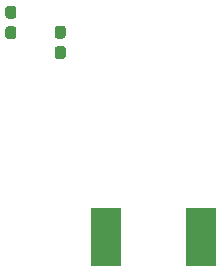
<source format=gbr>
%TF.GenerationSoftware,KiCad,Pcbnew,5.1.8-5.1.8*%
%TF.CreationDate,2023-07-26T00:19:43+02:00*%
%TF.ProjectId,C64-PSU-PCB-replacement-for-902503-06,4336342d-5053-4552-9d50-43422d726570,rev?*%
%TF.SameCoordinates,Original*%
%TF.FileFunction,Paste,Bot*%
%TF.FilePolarity,Positive*%
%FSLAX46Y46*%
G04 Gerber Fmt 4.6, Leading zero omitted, Abs format (unit mm)*
G04 Created by KiCad (PCBNEW 5.1.8-5.1.8) date 2023-07-26 00:19:43*
%MOMM*%
%LPD*%
G01*
G04 APERTURE LIST*
%ADD10R,2.500000X5.000000*%
G04 APERTURE END LIST*
%TO.C,C3*%
G36*
G01*
X75718660Y-58563220D02*
X76193660Y-58563220D01*
G75*
G02*
X76431160Y-58800720I0J-237500D01*
G01*
X76431160Y-59400720D01*
G75*
G02*
X76193660Y-59638220I-237500J0D01*
G01*
X75718660Y-59638220D01*
G75*
G02*
X75481160Y-59400720I0J237500D01*
G01*
X75481160Y-58800720D01*
G75*
G02*
X75718660Y-58563220I237500J0D01*
G01*
G37*
G36*
G01*
X75718660Y-56838220D02*
X76193660Y-56838220D01*
G75*
G02*
X76431160Y-57075720I0J-237500D01*
G01*
X76431160Y-57675720D01*
G75*
G02*
X76193660Y-57913220I-237500J0D01*
G01*
X75718660Y-57913220D01*
G75*
G02*
X75481160Y-57675720I0J237500D01*
G01*
X75481160Y-57075720D01*
G75*
G02*
X75718660Y-56838220I237500J0D01*
G01*
G37*
%TD*%
%TO.C,C2*%
G36*
G01*
X71542900Y-56879540D02*
X72017900Y-56879540D01*
G75*
G02*
X72255400Y-57117040I0J-237500D01*
G01*
X72255400Y-57717040D01*
G75*
G02*
X72017900Y-57954540I-237500J0D01*
G01*
X71542900Y-57954540D01*
G75*
G02*
X71305400Y-57717040I0J237500D01*
G01*
X71305400Y-57117040D01*
G75*
G02*
X71542900Y-56879540I237500J0D01*
G01*
G37*
G36*
G01*
X71542900Y-55154540D02*
X72017900Y-55154540D01*
G75*
G02*
X72255400Y-55392040I0J-237500D01*
G01*
X72255400Y-55992040D01*
G75*
G02*
X72017900Y-56229540I-237500J0D01*
G01*
X71542900Y-56229540D01*
G75*
G02*
X71305400Y-55992040I0J237500D01*
G01*
X71305400Y-55392040D01*
G75*
G02*
X71542900Y-55154540I237500J0D01*
G01*
G37*
%TD*%
D10*
%TO.C,REF\u002A\u002A*%
X79857600Y-74714100D03*
%TD*%
%TO.C,REF\u002A\u002A*%
X87871300Y-74714100D03*
%TD*%
M02*

</source>
